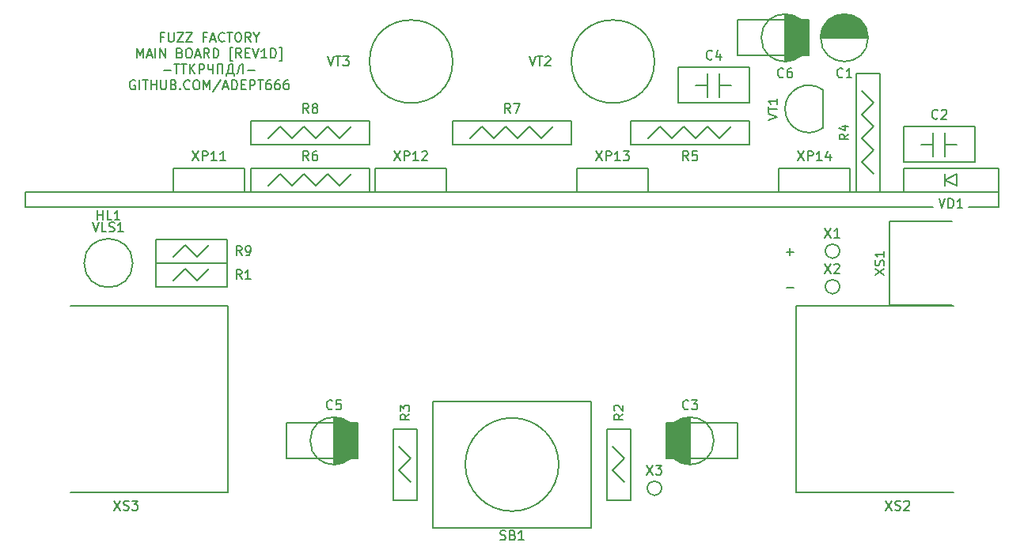
<source format=gbr>
G04 #@! TF.GenerationSoftware,KiCad,Pcbnew,5.1.6-c6e7f7d~87~ubuntu19.10.1*
G04 #@! TF.CreationDate,2022-01-09T17:14:56+06:00*
G04 #@! TF.ProjectId,fuzz_factory_r1d_r1c,66757a7a-5f66-4616-9374-6f72795f7231,MB:1D/PB:1C*
G04 #@! TF.SameCoordinates,Original*
G04 #@! TF.FileFunction,Legend,Top*
G04 #@! TF.FilePolarity,Positive*
%FSLAX46Y46*%
G04 Gerber Fmt 4.6, Leading zero omitted, Abs format (unit mm)*
G04 Created by KiCad (PCBNEW 5.1.6-c6e7f7d~87~ubuntu19.10.1) date 2022-01-09 17:14:56*
%MOMM*%
%LPD*%
G01*
G04 APERTURE LIST*
%ADD10C,0.200000*%
%ADD11C,0.100000*%
G04 APERTURE END LIST*
D10*
X196215000Y-108280000D02*
X199390000Y-108280000D01*
X199390000Y-106680000D02*
X199390000Y-108280000D01*
X95250000Y-106680000D02*
X95250000Y-108280000D01*
X95250000Y-108280000D02*
X192405000Y-108280000D01*
X95250000Y-106680000D02*
X199390000Y-106680000D01*
X176670000Y-116911428D02*
X177431904Y-116911428D01*
X176670000Y-113101428D02*
X177431904Y-113101428D01*
X177050952Y-113482380D02*
X177050952Y-112720476D01*
X110030238Y-90088571D02*
X109696904Y-90088571D01*
X109696904Y-90612380D02*
X109696904Y-89612380D01*
X110173095Y-89612380D01*
X110554047Y-89612380D02*
X110554047Y-90421904D01*
X110601666Y-90517142D01*
X110649285Y-90564761D01*
X110744523Y-90612380D01*
X110935000Y-90612380D01*
X111030238Y-90564761D01*
X111077857Y-90517142D01*
X111125476Y-90421904D01*
X111125476Y-89612380D01*
X111506428Y-89612380D02*
X112173095Y-89612380D01*
X111506428Y-90612380D01*
X112173095Y-90612380D01*
X112458809Y-89612380D02*
X113125476Y-89612380D01*
X112458809Y-90612380D01*
X113125476Y-90612380D01*
X114601666Y-90088571D02*
X114268333Y-90088571D01*
X114268333Y-90612380D02*
X114268333Y-89612380D01*
X114744523Y-89612380D01*
X115077857Y-90326666D02*
X115554047Y-90326666D01*
X114982619Y-90612380D02*
X115315952Y-89612380D01*
X115649285Y-90612380D01*
X116554047Y-90517142D02*
X116506428Y-90564761D01*
X116363571Y-90612380D01*
X116268333Y-90612380D01*
X116125476Y-90564761D01*
X116030238Y-90469523D01*
X115982619Y-90374285D01*
X115935000Y-90183809D01*
X115935000Y-90040952D01*
X115982619Y-89850476D01*
X116030238Y-89755238D01*
X116125476Y-89660000D01*
X116268333Y-89612380D01*
X116363571Y-89612380D01*
X116506428Y-89660000D01*
X116554047Y-89707619D01*
X116839761Y-89612380D02*
X117411190Y-89612380D01*
X117125476Y-90612380D02*
X117125476Y-89612380D01*
X117935000Y-89612380D02*
X118125476Y-89612380D01*
X118220714Y-89660000D01*
X118315952Y-89755238D01*
X118363571Y-89945714D01*
X118363571Y-90279047D01*
X118315952Y-90469523D01*
X118220714Y-90564761D01*
X118125476Y-90612380D01*
X117935000Y-90612380D01*
X117839761Y-90564761D01*
X117744523Y-90469523D01*
X117696904Y-90279047D01*
X117696904Y-89945714D01*
X117744523Y-89755238D01*
X117839761Y-89660000D01*
X117935000Y-89612380D01*
X119363571Y-90612380D02*
X119030238Y-90136190D01*
X118792142Y-90612380D02*
X118792142Y-89612380D01*
X119173095Y-89612380D01*
X119268333Y-89660000D01*
X119315952Y-89707619D01*
X119363571Y-89802857D01*
X119363571Y-89945714D01*
X119315952Y-90040952D01*
X119268333Y-90088571D01*
X119173095Y-90136190D01*
X118792142Y-90136190D01*
X119982619Y-90136190D02*
X119982619Y-90612380D01*
X119649285Y-89612380D02*
X119982619Y-90136190D01*
X120315952Y-89612380D01*
X107173095Y-92312380D02*
X107173095Y-91312380D01*
X107506428Y-92026666D01*
X107839761Y-91312380D01*
X107839761Y-92312380D01*
X108268333Y-92026666D02*
X108744523Y-92026666D01*
X108173095Y-92312380D02*
X108506428Y-91312380D01*
X108839761Y-92312380D01*
X109173095Y-92312380D02*
X109173095Y-91312380D01*
X109649285Y-92312380D02*
X109649285Y-91312380D01*
X110220714Y-92312380D01*
X110220714Y-91312380D01*
X111792142Y-91788571D02*
X111935000Y-91836190D01*
X111982619Y-91883809D01*
X112030238Y-91979047D01*
X112030238Y-92121904D01*
X111982619Y-92217142D01*
X111935000Y-92264761D01*
X111839761Y-92312380D01*
X111458809Y-92312380D01*
X111458809Y-91312380D01*
X111792142Y-91312380D01*
X111887380Y-91360000D01*
X111935000Y-91407619D01*
X111982619Y-91502857D01*
X111982619Y-91598095D01*
X111935000Y-91693333D01*
X111887380Y-91740952D01*
X111792142Y-91788571D01*
X111458809Y-91788571D01*
X112649285Y-91312380D02*
X112839761Y-91312380D01*
X112935000Y-91360000D01*
X113030238Y-91455238D01*
X113077857Y-91645714D01*
X113077857Y-91979047D01*
X113030238Y-92169523D01*
X112935000Y-92264761D01*
X112839761Y-92312380D01*
X112649285Y-92312380D01*
X112554047Y-92264761D01*
X112458809Y-92169523D01*
X112411190Y-91979047D01*
X112411190Y-91645714D01*
X112458809Y-91455238D01*
X112554047Y-91360000D01*
X112649285Y-91312380D01*
X113458809Y-92026666D02*
X113935000Y-92026666D01*
X113363571Y-92312380D02*
X113696904Y-91312380D01*
X114030238Y-92312380D01*
X114935000Y-92312380D02*
X114601666Y-91836190D01*
X114363571Y-92312380D02*
X114363571Y-91312380D01*
X114744523Y-91312380D01*
X114839761Y-91360000D01*
X114887380Y-91407619D01*
X114935000Y-91502857D01*
X114935000Y-91645714D01*
X114887380Y-91740952D01*
X114839761Y-91788571D01*
X114744523Y-91836190D01*
X114363571Y-91836190D01*
X115363571Y-92312380D02*
X115363571Y-91312380D01*
X115601666Y-91312380D01*
X115744523Y-91360000D01*
X115839761Y-91455238D01*
X115887380Y-91550476D01*
X115935000Y-91740952D01*
X115935000Y-91883809D01*
X115887380Y-92074285D01*
X115839761Y-92169523D01*
X115744523Y-92264761D01*
X115601666Y-92312380D01*
X115363571Y-92312380D01*
X117411190Y-92645714D02*
X117173095Y-92645714D01*
X117173095Y-91217142D01*
X117411190Y-91217142D01*
X118363571Y-92312380D02*
X118030238Y-91836190D01*
X117792142Y-92312380D02*
X117792142Y-91312380D01*
X118173095Y-91312380D01*
X118268333Y-91360000D01*
X118315952Y-91407619D01*
X118363571Y-91502857D01*
X118363571Y-91645714D01*
X118315952Y-91740952D01*
X118268333Y-91788571D01*
X118173095Y-91836190D01*
X117792142Y-91836190D01*
X118792142Y-91788571D02*
X119125476Y-91788571D01*
X119268333Y-92312380D02*
X118792142Y-92312380D01*
X118792142Y-91312380D01*
X119268333Y-91312380D01*
X119554047Y-91312380D02*
X119887380Y-92312380D01*
X120220714Y-91312380D01*
X121077857Y-92312380D02*
X120506428Y-92312380D01*
X120792142Y-92312380D02*
X120792142Y-91312380D01*
X120696904Y-91455238D01*
X120601666Y-91550476D01*
X120506428Y-91598095D01*
X121506428Y-92312380D02*
X121506428Y-91312380D01*
X121744523Y-91312380D01*
X121887380Y-91360000D01*
X121982619Y-91455238D01*
X122030238Y-91550476D01*
X122077857Y-91740952D01*
X122077857Y-91883809D01*
X122030238Y-92074285D01*
X121982619Y-92169523D01*
X121887380Y-92264761D01*
X121744523Y-92312380D01*
X121506428Y-92312380D01*
X122411190Y-92645714D02*
X122649285Y-92645714D01*
X122649285Y-91217142D01*
X122411190Y-91217142D01*
X110077857Y-93631428D02*
X110839761Y-93631428D01*
X111173095Y-93012380D02*
X111744523Y-93012380D01*
X111458809Y-94012380D02*
X111458809Y-93012380D01*
X111935000Y-93012380D02*
X112506428Y-93012380D01*
X112220714Y-94012380D02*
X112220714Y-93012380D01*
X112839761Y-94012380D02*
X112839761Y-93012380D01*
X113411190Y-94012380D02*
X112982619Y-93440952D01*
X113411190Y-93012380D02*
X112839761Y-93583809D01*
X113839761Y-94012380D02*
X113839761Y-93012380D01*
X114220714Y-93012380D01*
X114315952Y-93060000D01*
X114363571Y-93107619D01*
X114411190Y-93202857D01*
X114411190Y-93345714D01*
X114363571Y-93440952D01*
X114315952Y-93488571D01*
X114220714Y-93536190D01*
X113839761Y-93536190D01*
X115315952Y-93012380D02*
X115315952Y-94012380D01*
X114792142Y-93012380D02*
X114792142Y-93393333D01*
X114839761Y-93488571D01*
X114887380Y-93536190D01*
X114982619Y-93583809D01*
X115315952Y-93583809D01*
X115792142Y-94012380D02*
X115792142Y-93012380D01*
X116363571Y-93012380D01*
X116363571Y-94012380D01*
X117601666Y-94250476D02*
X117601666Y-94012380D01*
X116744523Y-94012380D01*
X116744523Y-94250476D01*
X117411190Y-94012380D02*
X117411190Y-93012380D01*
X117173095Y-93012380D01*
X117077857Y-93060000D01*
X117030238Y-93107619D01*
X116982619Y-93202857D01*
X116887380Y-94012380D01*
X118554047Y-94012380D02*
X118554047Y-93012380D01*
X118411190Y-93012380D01*
X118268333Y-93060000D01*
X118173095Y-93155238D01*
X118125476Y-93298095D01*
X118030238Y-93869523D01*
X117982619Y-93964761D01*
X117887380Y-94012380D01*
X117839761Y-94012380D01*
X119030238Y-93631428D02*
X119792142Y-93631428D01*
X106982619Y-94760000D02*
X106887380Y-94712380D01*
X106744523Y-94712380D01*
X106601666Y-94760000D01*
X106506428Y-94855238D01*
X106458809Y-94950476D01*
X106411190Y-95140952D01*
X106411190Y-95283809D01*
X106458809Y-95474285D01*
X106506428Y-95569523D01*
X106601666Y-95664761D01*
X106744523Y-95712380D01*
X106839761Y-95712380D01*
X106982619Y-95664761D01*
X107030238Y-95617142D01*
X107030238Y-95283809D01*
X106839761Y-95283809D01*
X107458809Y-95712380D02*
X107458809Y-94712380D01*
X107792142Y-94712380D02*
X108363571Y-94712380D01*
X108077857Y-95712380D02*
X108077857Y-94712380D01*
X108696904Y-95712380D02*
X108696904Y-94712380D01*
X108696904Y-95188571D02*
X109268333Y-95188571D01*
X109268333Y-95712380D02*
X109268333Y-94712380D01*
X109744523Y-94712380D02*
X109744523Y-95521904D01*
X109792142Y-95617142D01*
X109839761Y-95664761D01*
X109935000Y-95712380D01*
X110125476Y-95712380D01*
X110220714Y-95664761D01*
X110268333Y-95617142D01*
X110315952Y-95521904D01*
X110315952Y-94712380D01*
X111125476Y-95188571D02*
X111268333Y-95236190D01*
X111315952Y-95283809D01*
X111363571Y-95379047D01*
X111363571Y-95521904D01*
X111315952Y-95617142D01*
X111268333Y-95664761D01*
X111173095Y-95712380D01*
X110792142Y-95712380D01*
X110792142Y-94712380D01*
X111125476Y-94712380D01*
X111220714Y-94760000D01*
X111268333Y-94807619D01*
X111315952Y-94902857D01*
X111315952Y-94998095D01*
X111268333Y-95093333D01*
X111220714Y-95140952D01*
X111125476Y-95188571D01*
X110792142Y-95188571D01*
X111792142Y-95617142D02*
X111839761Y-95664761D01*
X111792142Y-95712380D01*
X111744523Y-95664761D01*
X111792142Y-95617142D01*
X111792142Y-95712380D01*
X112839761Y-95617142D02*
X112792142Y-95664761D01*
X112649285Y-95712380D01*
X112554047Y-95712380D01*
X112411190Y-95664761D01*
X112315952Y-95569523D01*
X112268333Y-95474285D01*
X112220714Y-95283809D01*
X112220714Y-95140952D01*
X112268333Y-94950476D01*
X112315952Y-94855238D01*
X112411190Y-94760000D01*
X112554047Y-94712380D01*
X112649285Y-94712380D01*
X112792142Y-94760000D01*
X112839761Y-94807619D01*
X113458809Y-94712380D02*
X113649285Y-94712380D01*
X113744523Y-94760000D01*
X113839761Y-94855238D01*
X113887380Y-95045714D01*
X113887380Y-95379047D01*
X113839761Y-95569523D01*
X113744523Y-95664761D01*
X113649285Y-95712380D01*
X113458809Y-95712380D01*
X113363571Y-95664761D01*
X113268333Y-95569523D01*
X113220714Y-95379047D01*
X113220714Y-95045714D01*
X113268333Y-94855238D01*
X113363571Y-94760000D01*
X113458809Y-94712380D01*
X114315952Y-95712380D02*
X114315952Y-94712380D01*
X114649285Y-95426666D01*
X114982619Y-94712380D01*
X114982619Y-95712380D01*
X116173095Y-94664761D02*
X115315952Y-95950476D01*
X116458809Y-95426666D02*
X116935000Y-95426666D01*
X116363571Y-95712380D02*
X116696904Y-94712380D01*
X117030238Y-95712380D01*
X117363571Y-95712380D02*
X117363571Y-94712380D01*
X117601666Y-94712380D01*
X117744523Y-94760000D01*
X117839761Y-94855238D01*
X117887380Y-94950476D01*
X117935000Y-95140952D01*
X117935000Y-95283809D01*
X117887380Y-95474285D01*
X117839761Y-95569523D01*
X117744523Y-95664761D01*
X117601666Y-95712380D01*
X117363571Y-95712380D01*
X118363571Y-95188571D02*
X118696904Y-95188571D01*
X118839761Y-95712380D02*
X118363571Y-95712380D01*
X118363571Y-94712380D01*
X118839761Y-94712380D01*
X119268333Y-95712380D02*
X119268333Y-94712380D01*
X119649285Y-94712380D01*
X119744523Y-94760000D01*
X119792142Y-94807619D01*
X119839761Y-94902857D01*
X119839761Y-95045714D01*
X119792142Y-95140952D01*
X119744523Y-95188571D01*
X119649285Y-95236190D01*
X119268333Y-95236190D01*
X120125476Y-94712380D02*
X120696904Y-94712380D01*
X120411190Y-95712380D02*
X120411190Y-94712380D01*
X121458809Y-94712380D02*
X121268333Y-94712380D01*
X121173095Y-94760000D01*
X121125476Y-94807619D01*
X121030238Y-94950476D01*
X120982619Y-95140952D01*
X120982619Y-95521904D01*
X121030238Y-95617142D01*
X121077857Y-95664761D01*
X121173095Y-95712380D01*
X121363571Y-95712380D01*
X121458809Y-95664761D01*
X121506428Y-95617142D01*
X121554047Y-95521904D01*
X121554047Y-95283809D01*
X121506428Y-95188571D01*
X121458809Y-95140952D01*
X121363571Y-95093333D01*
X121173095Y-95093333D01*
X121077857Y-95140952D01*
X121030238Y-95188571D01*
X120982619Y-95283809D01*
X122411190Y-94712380D02*
X122220714Y-94712380D01*
X122125476Y-94760000D01*
X122077857Y-94807619D01*
X121982619Y-94950476D01*
X121935000Y-95140952D01*
X121935000Y-95521904D01*
X121982619Y-95617142D01*
X122030238Y-95664761D01*
X122125476Y-95712380D01*
X122315952Y-95712380D01*
X122411190Y-95664761D01*
X122458809Y-95617142D01*
X122506428Y-95521904D01*
X122506428Y-95283809D01*
X122458809Y-95188571D01*
X122411190Y-95140952D01*
X122315952Y-95093333D01*
X122125476Y-95093333D01*
X122030238Y-95140952D01*
X121982619Y-95188571D01*
X121935000Y-95283809D01*
X123363571Y-94712380D02*
X123173095Y-94712380D01*
X123077857Y-94760000D01*
X123030238Y-94807619D01*
X122935000Y-94950476D01*
X122887380Y-95140952D01*
X122887380Y-95521904D01*
X122935000Y-95617142D01*
X122982619Y-95664761D01*
X123077857Y-95712380D01*
X123268333Y-95712380D01*
X123363571Y-95664761D01*
X123411190Y-95617142D01*
X123458809Y-95521904D01*
X123458809Y-95283809D01*
X123411190Y-95188571D01*
X123363571Y-95140952D01*
X123268333Y-95093333D01*
X123077857Y-95093333D01*
X122982619Y-95140952D01*
X122935000Y-95188571D01*
X122887380Y-95283809D01*
X112395000Y-112395000D02*
X111125000Y-113665000D01*
X113665000Y-113665000D02*
X112395000Y-112395000D01*
X114935000Y-112395000D02*
X113665000Y-113665000D01*
X109220000Y-114300000D02*
X109220000Y-111760000D01*
X116840000Y-114300000D02*
X116840000Y-111760000D01*
X116840000Y-111760000D02*
X109220000Y-111760000D01*
X116840000Y-114300000D02*
X109220000Y-114300000D01*
X187730000Y-109800000D02*
X194430000Y-109800000D01*
X187730000Y-118800000D02*
X194430000Y-118800000D01*
X187730000Y-118800000D02*
X187730000Y-109800000D01*
X166370000Y-135890000D02*
X166370000Y-130810000D01*
D11*
G36*
X163830000Y-131445000D02*
G01*
X164592000Y-131445000D01*
X165481000Y-130937000D01*
X166370000Y-130810000D01*
X166370000Y-135890000D01*
X165481000Y-135763000D01*
X164592000Y-135255000D01*
X163830000Y-135255000D01*
X163830000Y-131445000D01*
G37*
X163830000Y-131445000D02*
X164592000Y-131445000D01*
X165481000Y-130937000D01*
X166370000Y-130810000D01*
X166370000Y-135890000D01*
X165481000Y-135763000D01*
X164592000Y-135255000D01*
X163830000Y-135255000D01*
X163830000Y-131445000D01*
D10*
X168910000Y-133350000D02*
G75*
G03*
X168910000Y-133350000I-2540000J0D01*
G01*
X163830000Y-135255000D02*
X163830000Y-131445000D01*
X171450000Y-135255000D02*
X171450000Y-131445000D01*
X171450000Y-135255000D02*
X163830000Y-135255000D01*
X171450000Y-131445000D02*
X163830000Y-131445000D01*
X128270000Y-130810000D02*
X128270000Y-135890000D01*
D11*
G36*
X130810000Y-135255000D02*
G01*
X130048000Y-135255000D01*
X129159000Y-135763000D01*
X128270000Y-135890000D01*
X128270000Y-130810000D01*
X129159000Y-130937000D01*
X130048000Y-131445000D01*
X130810000Y-131445000D01*
X130810000Y-135255000D01*
G37*
X130810000Y-135255000D02*
X130048000Y-135255000D01*
X129159000Y-135763000D01*
X128270000Y-135890000D01*
X128270000Y-130810000D01*
X129159000Y-130937000D01*
X130048000Y-131445000D01*
X130810000Y-131445000D01*
X130810000Y-135255000D01*
D10*
X130810000Y-133350000D02*
G75*
G03*
X130810000Y-133350000I-2540000J0D01*
G01*
X130810000Y-131445000D02*
X130810000Y-135255000D01*
X123190000Y-131445000D02*
X123190000Y-135255000D01*
X123190000Y-131445000D02*
X130810000Y-131445000D01*
X123190000Y-135255000D02*
X130810000Y-135255000D01*
X176530000Y-87630000D02*
X176530000Y-92710000D01*
D11*
G36*
X179070000Y-92075000D02*
G01*
X178308000Y-92075000D01*
X177419000Y-92583000D01*
X176530000Y-92710000D01*
X176530000Y-87630000D01*
X177419000Y-87757000D01*
X178308000Y-88265000D01*
X179070000Y-88265000D01*
X179070000Y-92075000D01*
G37*
X179070000Y-92075000D02*
X178308000Y-92075000D01*
X177419000Y-92583000D01*
X176530000Y-92710000D01*
X176530000Y-87630000D01*
X177419000Y-87757000D01*
X178308000Y-88265000D01*
X179070000Y-88265000D01*
X179070000Y-92075000D01*
D10*
X179070000Y-90170000D02*
G75*
G03*
X179070000Y-90170000I-2540000J0D01*
G01*
X179070000Y-88265000D02*
X179070000Y-92075000D01*
X171450000Y-88265000D02*
X171450000Y-92075000D01*
X171450000Y-88265000D02*
X179070000Y-88265000D01*
X171450000Y-92075000D02*
X179070000Y-92075000D01*
X155820000Y-129140000D02*
X155820000Y-142640000D01*
X138820000Y-129140000D02*
X138820000Y-142640000D01*
X138820000Y-142640000D02*
X155820000Y-142640000D01*
X138820000Y-129140000D02*
X155820000Y-129140000D01*
X152320000Y-135890000D02*
G75*
G03*
X152320000Y-135890000I-5000000J0D01*
G01*
X180595000Y-99821250D02*
X180595000Y-95758750D01*
X180595000Y-99821250D02*
G75*
G02*
X180595000Y-95758750I-1525000J2031250D01*
G01*
X193675000Y-100330000D02*
X193675000Y-102870000D01*
X192405000Y-100330000D02*
X192405000Y-102870000D01*
X193675000Y-101600000D02*
X194945000Y-101600000D01*
X191135000Y-101600000D02*
X192405000Y-101600000D01*
X196850000Y-99695000D02*
X196850000Y-103505000D01*
X189230000Y-99695000D02*
X189230000Y-103505000D01*
X189230000Y-103505000D02*
X196850000Y-103505000D01*
X189230000Y-99695000D02*
X196850000Y-99695000D01*
X168275000Y-96520000D02*
X168275000Y-93980000D01*
X169545000Y-96520000D02*
X169545000Y-93980000D01*
X168275000Y-95250000D02*
X167005000Y-95250000D01*
X170815000Y-95250000D02*
X169545000Y-95250000D01*
X165100000Y-97155000D02*
X165100000Y-93345000D01*
X172720000Y-97155000D02*
X172720000Y-93345000D01*
X172720000Y-93345000D02*
X165100000Y-93345000D01*
X172720000Y-97155000D02*
X165100000Y-97155000D01*
X132080000Y-106680000D02*
X119380000Y-106680000D01*
X132080000Y-104140000D02*
X119380000Y-104140000D01*
X132080000Y-106680000D02*
X132080000Y-104140000D01*
X119380000Y-106680000D02*
X119380000Y-104140000D01*
X130175000Y-104775000D02*
X128905000Y-106045000D01*
X128905000Y-106045000D02*
X127635000Y-104775000D01*
X127635000Y-104775000D02*
X126365000Y-106045000D01*
X126365000Y-106045000D02*
X125095000Y-104775000D01*
X125095000Y-104775000D02*
X123825000Y-106045000D01*
X123825000Y-106045000D02*
X122555000Y-104775000D01*
X122555000Y-104775000D02*
X121285000Y-106045000D01*
X116840000Y-116840000D02*
X109220000Y-116840000D01*
X116840000Y-114300000D02*
X109220000Y-114300000D01*
X116840000Y-116840000D02*
X116840000Y-114300000D01*
X109220000Y-116840000D02*
X109220000Y-114300000D01*
X114935000Y-114935000D02*
X113665000Y-116205000D01*
X113665000Y-116205000D02*
X112395000Y-114935000D01*
X112395000Y-114935000D02*
X111125000Y-116205000D01*
X157480000Y-139700000D02*
X157480000Y-132080000D01*
X160020000Y-139700000D02*
X160020000Y-132080000D01*
X157480000Y-139700000D02*
X160020000Y-139700000D01*
X157480000Y-132080000D02*
X160020000Y-132080000D01*
X159385000Y-137795000D02*
X158115000Y-136525000D01*
X158115000Y-136525000D02*
X159385000Y-135255000D01*
X159385000Y-135255000D02*
X158115000Y-133985000D01*
X134620000Y-139700000D02*
X134620000Y-132080000D01*
X137160000Y-139700000D02*
X137160000Y-132080000D01*
X134620000Y-139700000D02*
X137160000Y-139700000D01*
X134620000Y-132080000D02*
X137160000Y-132080000D01*
X136525000Y-137795000D02*
X135255000Y-136525000D01*
X135255000Y-136525000D02*
X136525000Y-135255000D01*
X136525000Y-135255000D02*
X135255000Y-133985000D01*
X184150000Y-106680000D02*
X184150000Y-93980000D01*
X186690000Y-106680000D02*
X186690000Y-93980000D01*
X184150000Y-106680000D02*
X186690000Y-106680000D01*
X184150000Y-93980000D02*
X186690000Y-93980000D01*
X186055000Y-104775000D02*
X184785000Y-103505000D01*
X184785000Y-103505000D02*
X186055000Y-102235000D01*
X186055000Y-102235000D02*
X184785000Y-100965000D01*
X184785000Y-100965000D02*
X186055000Y-99695000D01*
X186055000Y-99695000D02*
X184785000Y-98425000D01*
X184785000Y-98425000D02*
X186055000Y-97155000D01*
X186055000Y-97155000D02*
X184785000Y-95885000D01*
X172720000Y-101600000D02*
X160020000Y-101600000D01*
X172720000Y-99060000D02*
X160020000Y-99060000D01*
X172720000Y-101600000D02*
X172720000Y-99060000D01*
X160020000Y-101600000D02*
X160020000Y-99060000D01*
X170815000Y-99695000D02*
X169545000Y-100965000D01*
X169545000Y-100965000D02*
X168275000Y-99695000D01*
X168275000Y-99695000D02*
X167005000Y-100965000D01*
X167005000Y-100965000D02*
X165735000Y-99695000D01*
X165735000Y-99695000D02*
X164465000Y-100965000D01*
X164465000Y-100965000D02*
X163195000Y-99695000D01*
X163195000Y-99695000D02*
X161925000Y-100965000D01*
X153670000Y-101600000D02*
X140970000Y-101600000D01*
X153670000Y-99060000D02*
X140970000Y-99060000D01*
X153670000Y-101600000D02*
X153670000Y-99060000D01*
X140970000Y-101600000D02*
X140970000Y-99060000D01*
X151765000Y-99695000D02*
X150495000Y-100965000D01*
X150495000Y-100965000D02*
X149225000Y-99695000D01*
X149225000Y-99695000D02*
X147955000Y-100965000D01*
X147955000Y-100965000D02*
X146685000Y-99695000D01*
X146685000Y-99695000D02*
X145415000Y-100965000D01*
X145415000Y-100965000D02*
X144145000Y-99695000D01*
X144145000Y-99695000D02*
X142875000Y-100965000D01*
X119380000Y-99060000D02*
X132080000Y-99060000D01*
X119380000Y-101600000D02*
X132080000Y-101600000D01*
X119380000Y-99060000D02*
X119380000Y-101600000D01*
X132080000Y-99060000D02*
X132080000Y-101600000D01*
X121285000Y-100965000D02*
X122555000Y-99695000D01*
X122555000Y-99695000D02*
X123825000Y-100965000D01*
X123825000Y-100965000D02*
X125095000Y-99695000D01*
X125095000Y-99695000D02*
X126365000Y-100965000D01*
X126365000Y-100965000D02*
X127635000Y-99695000D01*
X127635000Y-99695000D02*
X128905000Y-100965000D01*
X128905000Y-100965000D02*
X130175000Y-99695000D01*
X175895000Y-106680000D02*
X175895000Y-104140000D01*
X183515000Y-106680000D02*
X183515000Y-104140000D01*
X183515000Y-104140000D02*
X175895000Y-104140000D01*
X183515000Y-106680000D02*
X175895000Y-106680000D01*
X154305000Y-106680000D02*
X154305000Y-104140000D01*
X161925000Y-106680000D02*
X161925000Y-104140000D01*
X161925000Y-104140000D02*
X154305000Y-104140000D01*
X161925000Y-106680000D02*
X154305000Y-106680000D01*
X132715000Y-106680000D02*
X132715000Y-104140000D01*
X140335000Y-106680000D02*
X140335000Y-104140000D01*
X140335000Y-104140000D02*
X132715000Y-104140000D01*
X140335000Y-106680000D02*
X132715000Y-106680000D01*
X111125000Y-106680000D02*
X111125000Y-104140000D01*
X118745000Y-106680000D02*
X118745000Y-104140000D01*
X118745000Y-104140000D02*
X111125000Y-104140000D01*
X118745000Y-106680000D02*
X111125000Y-106680000D01*
X163322000Y-138430000D02*
G75*
G03*
X163322000Y-138430000I-762000J0D01*
G01*
X182372000Y-113030000D02*
G75*
G03*
X182372000Y-113030000I-762000J0D01*
G01*
X182372000Y-116840000D02*
G75*
G03*
X182372000Y-116840000I-762000J0D01*
G01*
X106740000Y-114300000D02*
G75*
G03*
X106740000Y-114300000I-2600000J0D01*
G01*
X162560000Y-92710000D02*
G75*
G03*
X162560000Y-92710000I-4445000J0D01*
G01*
X140970000Y-92710000D02*
G75*
G03*
X140970000Y-92710000I-4445000J0D01*
G01*
X116885000Y-138905000D02*
X100085000Y-138905000D01*
X116885000Y-118905000D02*
X100085000Y-118905000D01*
X116885000Y-118905000D02*
X116885000Y-138905000D01*
X177755000Y-118905000D02*
X194555000Y-118905000D01*
X177755000Y-138905000D02*
X194555000Y-138905000D01*
X177755000Y-138905000D02*
X177755000Y-118905000D01*
G36*
X180340000Y-90170000D02*
G01*
X180467000Y-89408000D01*
X181229000Y-88265000D01*
X182880000Y-87630000D01*
X184531000Y-88265000D01*
X185293000Y-89408000D01*
X185420000Y-90170000D01*
X180340000Y-90170000D01*
G37*
X180340000Y-90170000D02*
X180467000Y-89408000D01*
X181229000Y-88265000D01*
X182880000Y-87630000D01*
X184531000Y-88265000D01*
X185293000Y-89408000D01*
X185420000Y-90170000D01*
X180340000Y-90170000D01*
X185420000Y-90170000D02*
G75*
G03*
X185420000Y-90170000I-2540000J0D01*
G01*
X199390000Y-106680000D02*
X189230000Y-106680000D01*
X199390000Y-104140000D02*
X189230000Y-104140000D01*
X199390000Y-106680000D02*
X199390000Y-104140000D01*
X189230000Y-106680000D02*
X189230000Y-104140000D01*
X194945000Y-106045000D02*
X194945000Y-104775000D01*
X194945000Y-106045000D02*
X193675000Y-105410000D01*
X194945000Y-104775000D02*
X193675000Y-105410000D01*
X193675000Y-106045000D02*
X193675000Y-104775000D01*
X118414523Y-113482380D02*
X118081190Y-113006190D01*
X117843095Y-113482380D02*
X117843095Y-112482380D01*
X118224047Y-112482380D01*
X118319285Y-112530000D01*
X118366904Y-112577619D01*
X118414523Y-112672857D01*
X118414523Y-112815714D01*
X118366904Y-112910952D01*
X118319285Y-112958571D01*
X118224047Y-113006190D01*
X117843095Y-113006190D01*
X118890714Y-113482380D02*
X119081190Y-113482380D01*
X119176428Y-113434761D01*
X119224047Y-113387142D01*
X119319285Y-113244285D01*
X119366904Y-113053809D01*
X119366904Y-112672857D01*
X119319285Y-112577619D01*
X119271666Y-112530000D01*
X119176428Y-112482380D01*
X118985952Y-112482380D01*
X118890714Y-112530000D01*
X118843095Y-112577619D01*
X118795476Y-112672857D01*
X118795476Y-112910952D01*
X118843095Y-113006190D01*
X118890714Y-113053809D01*
X118985952Y-113101428D01*
X119176428Y-113101428D01*
X119271666Y-113053809D01*
X119319285Y-113006190D01*
X119366904Y-112910952D01*
X186142380Y-115585714D02*
X187142380Y-114919047D01*
X186142380Y-114919047D02*
X187142380Y-115585714D01*
X187094761Y-114585714D02*
X187142380Y-114442857D01*
X187142380Y-114204761D01*
X187094761Y-114109523D01*
X187047142Y-114061904D01*
X186951904Y-114014285D01*
X186856666Y-114014285D01*
X186761428Y-114061904D01*
X186713809Y-114109523D01*
X186666190Y-114204761D01*
X186618571Y-114395238D01*
X186570952Y-114490476D01*
X186523333Y-114538095D01*
X186428095Y-114585714D01*
X186332857Y-114585714D01*
X186237619Y-114538095D01*
X186190000Y-114490476D01*
X186142380Y-114395238D01*
X186142380Y-114157142D01*
X186190000Y-114014285D01*
X187142380Y-113061904D02*
X187142380Y-113633333D01*
X187142380Y-113347619D02*
X186142380Y-113347619D01*
X186285238Y-113442857D01*
X186380476Y-113538095D01*
X186428095Y-113633333D01*
X166203333Y-129897142D02*
X166155714Y-129944761D01*
X166012857Y-129992380D01*
X165917619Y-129992380D01*
X165774761Y-129944761D01*
X165679523Y-129849523D01*
X165631904Y-129754285D01*
X165584285Y-129563809D01*
X165584285Y-129420952D01*
X165631904Y-129230476D01*
X165679523Y-129135238D01*
X165774761Y-129040000D01*
X165917619Y-128992380D01*
X166012857Y-128992380D01*
X166155714Y-129040000D01*
X166203333Y-129087619D01*
X166536666Y-128992380D02*
X167155714Y-128992380D01*
X166822380Y-129373333D01*
X166965238Y-129373333D01*
X167060476Y-129420952D01*
X167108095Y-129468571D01*
X167155714Y-129563809D01*
X167155714Y-129801904D01*
X167108095Y-129897142D01*
X167060476Y-129944761D01*
X166965238Y-129992380D01*
X166679523Y-129992380D01*
X166584285Y-129944761D01*
X166536666Y-129897142D01*
X128103333Y-129897142D02*
X128055714Y-129944761D01*
X127912857Y-129992380D01*
X127817619Y-129992380D01*
X127674761Y-129944761D01*
X127579523Y-129849523D01*
X127531904Y-129754285D01*
X127484285Y-129563809D01*
X127484285Y-129420952D01*
X127531904Y-129230476D01*
X127579523Y-129135238D01*
X127674761Y-129040000D01*
X127817619Y-128992380D01*
X127912857Y-128992380D01*
X128055714Y-129040000D01*
X128103333Y-129087619D01*
X129008095Y-128992380D02*
X128531904Y-128992380D01*
X128484285Y-129468571D01*
X128531904Y-129420952D01*
X128627142Y-129373333D01*
X128865238Y-129373333D01*
X128960476Y-129420952D01*
X129008095Y-129468571D01*
X129055714Y-129563809D01*
X129055714Y-129801904D01*
X129008095Y-129897142D01*
X128960476Y-129944761D01*
X128865238Y-129992380D01*
X128627142Y-129992380D01*
X128531904Y-129944761D01*
X128484285Y-129897142D01*
X176363333Y-94337142D02*
X176315714Y-94384761D01*
X176172857Y-94432380D01*
X176077619Y-94432380D01*
X175934761Y-94384761D01*
X175839523Y-94289523D01*
X175791904Y-94194285D01*
X175744285Y-94003809D01*
X175744285Y-93860952D01*
X175791904Y-93670476D01*
X175839523Y-93575238D01*
X175934761Y-93480000D01*
X176077619Y-93432380D01*
X176172857Y-93432380D01*
X176315714Y-93480000D01*
X176363333Y-93527619D01*
X177220476Y-93432380D02*
X177030000Y-93432380D01*
X176934761Y-93480000D01*
X176887142Y-93527619D01*
X176791904Y-93670476D01*
X176744285Y-93860952D01*
X176744285Y-94241904D01*
X176791904Y-94337142D01*
X176839523Y-94384761D01*
X176934761Y-94432380D01*
X177125238Y-94432380D01*
X177220476Y-94384761D01*
X177268095Y-94337142D01*
X177315714Y-94241904D01*
X177315714Y-94003809D01*
X177268095Y-93908571D01*
X177220476Y-93860952D01*
X177125238Y-93813333D01*
X176934761Y-93813333D01*
X176839523Y-93860952D01*
X176791904Y-93908571D01*
X176744285Y-94003809D01*
X146058095Y-143914761D02*
X146200952Y-143962380D01*
X146439047Y-143962380D01*
X146534285Y-143914761D01*
X146581904Y-143867142D01*
X146629523Y-143771904D01*
X146629523Y-143676666D01*
X146581904Y-143581428D01*
X146534285Y-143533809D01*
X146439047Y-143486190D01*
X146248571Y-143438571D01*
X146153333Y-143390952D01*
X146105714Y-143343333D01*
X146058095Y-143248095D01*
X146058095Y-143152857D01*
X146105714Y-143057619D01*
X146153333Y-143010000D01*
X146248571Y-142962380D01*
X146486666Y-142962380D01*
X146629523Y-143010000D01*
X147391428Y-143438571D02*
X147534285Y-143486190D01*
X147581904Y-143533809D01*
X147629523Y-143629047D01*
X147629523Y-143771904D01*
X147581904Y-143867142D01*
X147534285Y-143914761D01*
X147439047Y-143962380D01*
X147058095Y-143962380D01*
X147058095Y-142962380D01*
X147391428Y-142962380D01*
X147486666Y-143010000D01*
X147534285Y-143057619D01*
X147581904Y-143152857D01*
X147581904Y-143248095D01*
X147534285Y-143343333D01*
X147486666Y-143390952D01*
X147391428Y-143438571D01*
X147058095Y-143438571D01*
X148581904Y-143962380D02*
X148010476Y-143962380D01*
X148296190Y-143962380D02*
X148296190Y-142962380D01*
X148200952Y-143105238D01*
X148105714Y-143200476D01*
X148010476Y-143248095D01*
X174712380Y-98980476D02*
X175712380Y-98647142D01*
X174712380Y-98313809D01*
X174712380Y-98123333D02*
X174712380Y-97551904D01*
X175712380Y-97837619D02*
X174712380Y-97837619D01*
X175712380Y-96694761D02*
X175712380Y-97266190D01*
X175712380Y-96980476D02*
X174712380Y-96980476D01*
X174855238Y-97075714D01*
X174950476Y-97170952D01*
X174998095Y-97266190D01*
X192873333Y-98782142D02*
X192825714Y-98829761D01*
X192682857Y-98877380D01*
X192587619Y-98877380D01*
X192444761Y-98829761D01*
X192349523Y-98734523D01*
X192301904Y-98639285D01*
X192254285Y-98448809D01*
X192254285Y-98305952D01*
X192301904Y-98115476D01*
X192349523Y-98020238D01*
X192444761Y-97925000D01*
X192587619Y-97877380D01*
X192682857Y-97877380D01*
X192825714Y-97925000D01*
X192873333Y-97972619D01*
X193254285Y-97972619D02*
X193301904Y-97925000D01*
X193397142Y-97877380D01*
X193635238Y-97877380D01*
X193730476Y-97925000D01*
X193778095Y-97972619D01*
X193825714Y-98067857D01*
X193825714Y-98163095D01*
X193778095Y-98305952D01*
X193206666Y-98877380D01*
X193825714Y-98877380D01*
X168743333Y-92432142D02*
X168695714Y-92479761D01*
X168552857Y-92527380D01*
X168457619Y-92527380D01*
X168314761Y-92479761D01*
X168219523Y-92384523D01*
X168171904Y-92289285D01*
X168124285Y-92098809D01*
X168124285Y-91955952D01*
X168171904Y-91765476D01*
X168219523Y-91670238D01*
X168314761Y-91575000D01*
X168457619Y-91527380D01*
X168552857Y-91527380D01*
X168695714Y-91575000D01*
X168743333Y-91622619D01*
X169600476Y-91860714D02*
X169600476Y-92527380D01*
X169362380Y-91479761D02*
X169124285Y-92194047D01*
X169743333Y-92194047D01*
X125563333Y-103322380D02*
X125230000Y-102846190D01*
X124991904Y-103322380D02*
X124991904Y-102322380D01*
X125372857Y-102322380D01*
X125468095Y-102370000D01*
X125515714Y-102417619D01*
X125563333Y-102512857D01*
X125563333Y-102655714D01*
X125515714Y-102750952D01*
X125468095Y-102798571D01*
X125372857Y-102846190D01*
X124991904Y-102846190D01*
X126420476Y-102322380D02*
X126230000Y-102322380D01*
X126134761Y-102370000D01*
X126087142Y-102417619D01*
X125991904Y-102560476D01*
X125944285Y-102750952D01*
X125944285Y-103131904D01*
X125991904Y-103227142D01*
X126039523Y-103274761D01*
X126134761Y-103322380D01*
X126325238Y-103322380D01*
X126420476Y-103274761D01*
X126468095Y-103227142D01*
X126515714Y-103131904D01*
X126515714Y-102893809D01*
X126468095Y-102798571D01*
X126420476Y-102750952D01*
X126325238Y-102703333D01*
X126134761Y-102703333D01*
X126039523Y-102750952D01*
X125991904Y-102798571D01*
X125944285Y-102893809D01*
X118414523Y-116022380D02*
X118081190Y-115546190D01*
X117843095Y-116022380D02*
X117843095Y-115022380D01*
X118224047Y-115022380D01*
X118319285Y-115070000D01*
X118366904Y-115117619D01*
X118414523Y-115212857D01*
X118414523Y-115355714D01*
X118366904Y-115450952D01*
X118319285Y-115498571D01*
X118224047Y-115546190D01*
X117843095Y-115546190D01*
X119366904Y-116022380D02*
X118795476Y-116022380D01*
X119081190Y-116022380D02*
X119081190Y-115022380D01*
X118985952Y-115165238D01*
X118890714Y-115260476D01*
X118795476Y-115308095D01*
X159202380Y-130505476D02*
X158726190Y-130838809D01*
X159202380Y-131076904D02*
X158202380Y-131076904D01*
X158202380Y-130695952D01*
X158250000Y-130600714D01*
X158297619Y-130553095D01*
X158392857Y-130505476D01*
X158535714Y-130505476D01*
X158630952Y-130553095D01*
X158678571Y-130600714D01*
X158726190Y-130695952D01*
X158726190Y-131076904D01*
X158297619Y-130124523D02*
X158250000Y-130076904D01*
X158202380Y-129981666D01*
X158202380Y-129743571D01*
X158250000Y-129648333D01*
X158297619Y-129600714D01*
X158392857Y-129553095D01*
X158488095Y-129553095D01*
X158630952Y-129600714D01*
X159202380Y-130172142D01*
X159202380Y-129553095D01*
X136342380Y-130505476D02*
X135866190Y-130838809D01*
X136342380Y-131076904D02*
X135342380Y-131076904D01*
X135342380Y-130695952D01*
X135390000Y-130600714D01*
X135437619Y-130553095D01*
X135532857Y-130505476D01*
X135675714Y-130505476D01*
X135770952Y-130553095D01*
X135818571Y-130600714D01*
X135866190Y-130695952D01*
X135866190Y-131076904D01*
X135342380Y-130172142D02*
X135342380Y-129553095D01*
X135723333Y-129886428D01*
X135723333Y-129743571D01*
X135770952Y-129648333D01*
X135818571Y-129600714D01*
X135913809Y-129553095D01*
X136151904Y-129553095D01*
X136247142Y-129600714D01*
X136294761Y-129648333D01*
X136342380Y-129743571D01*
X136342380Y-130029285D01*
X136294761Y-130124523D01*
X136247142Y-130172142D01*
X183332380Y-100496666D02*
X182856190Y-100830000D01*
X183332380Y-101068095D02*
X182332380Y-101068095D01*
X182332380Y-100687142D01*
X182380000Y-100591904D01*
X182427619Y-100544285D01*
X182522857Y-100496666D01*
X182665714Y-100496666D01*
X182760952Y-100544285D01*
X182808571Y-100591904D01*
X182856190Y-100687142D01*
X182856190Y-101068095D01*
X182665714Y-99639523D02*
X183332380Y-99639523D01*
X182284761Y-99877619D02*
X182999047Y-100115714D01*
X182999047Y-99496666D01*
X166203333Y-103322380D02*
X165870000Y-102846190D01*
X165631904Y-103322380D02*
X165631904Y-102322380D01*
X166012857Y-102322380D01*
X166108095Y-102370000D01*
X166155714Y-102417619D01*
X166203333Y-102512857D01*
X166203333Y-102655714D01*
X166155714Y-102750952D01*
X166108095Y-102798571D01*
X166012857Y-102846190D01*
X165631904Y-102846190D01*
X167108095Y-102322380D02*
X166631904Y-102322380D01*
X166584285Y-102798571D01*
X166631904Y-102750952D01*
X166727142Y-102703333D01*
X166965238Y-102703333D01*
X167060476Y-102750952D01*
X167108095Y-102798571D01*
X167155714Y-102893809D01*
X167155714Y-103131904D01*
X167108095Y-103227142D01*
X167060476Y-103274761D01*
X166965238Y-103322380D01*
X166727142Y-103322380D01*
X166631904Y-103274761D01*
X166584285Y-103227142D01*
X147153333Y-98242380D02*
X146820000Y-97766190D01*
X146581904Y-98242380D02*
X146581904Y-97242380D01*
X146962857Y-97242380D01*
X147058095Y-97290000D01*
X147105714Y-97337619D01*
X147153333Y-97432857D01*
X147153333Y-97575714D01*
X147105714Y-97670952D01*
X147058095Y-97718571D01*
X146962857Y-97766190D01*
X146581904Y-97766190D01*
X147486666Y-97242380D02*
X148153333Y-97242380D01*
X147724761Y-98242380D01*
X125563333Y-98242380D02*
X125230000Y-97766190D01*
X124991904Y-98242380D02*
X124991904Y-97242380D01*
X125372857Y-97242380D01*
X125468095Y-97290000D01*
X125515714Y-97337619D01*
X125563333Y-97432857D01*
X125563333Y-97575714D01*
X125515714Y-97670952D01*
X125468095Y-97718571D01*
X125372857Y-97766190D01*
X124991904Y-97766190D01*
X126134761Y-97670952D02*
X126039523Y-97623333D01*
X125991904Y-97575714D01*
X125944285Y-97480476D01*
X125944285Y-97432857D01*
X125991904Y-97337619D01*
X126039523Y-97290000D01*
X126134761Y-97242380D01*
X126325238Y-97242380D01*
X126420476Y-97290000D01*
X126468095Y-97337619D01*
X126515714Y-97432857D01*
X126515714Y-97480476D01*
X126468095Y-97575714D01*
X126420476Y-97623333D01*
X126325238Y-97670952D01*
X126134761Y-97670952D01*
X126039523Y-97718571D01*
X125991904Y-97766190D01*
X125944285Y-97861428D01*
X125944285Y-98051904D01*
X125991904Y-98147142D01*
X126039523Y-98194761D01*
X126134761Y-98242380D01*
X126325238Y-98242380D01*
X126420476Y-98194761D01*
X126468095Y-98147142D01*
X126515714Y-98051904D01*
X126515714Y-97861428D01*
X126468095Y-97766190D01*
X126420476Y-97718571D01*
X126325238Y-97670952D01*
X177919285Y-102322380D02*
X178585952Y-103322380D01*
X178585952Y-102322380D02*
X177919285Y-103322380D01*
X178966904Y-103322380D02*
X178966904Y-102322380D01*
X179347857Y-102322380D01*
X179443095Y-102370000D01*
X179490714Y-102417619D01*
X179538333Y-102512857D01*
X179538333Y-102655714D01*
X179490714Y-102750952D01*
X179443095Y-102798571D01*
X179347857Y-102846190D01*
X178966904Y-102846190D01*
X180490714Y-103322380D02*
X179919285Y-103322380D01*
X180205000Y-103322380D02*
X180205000Y-102322380D01*
X180109761Y-102465238D01*
X180014523Y-102560476D01*
X179919285Y-102608095D01*
X181347857Y-102655714D02*
X181347857Y-103322380D01*
X181109761Y-102274761D02*
X180871666Y-102989047D01*
X181490714Y-102989047D01*
X156329285Y-102322380D02*
X156995952Y-103322380D01*
X156995952Y-102322380D02*
X156329285Y-103322380D01*
X157376904Y-103322380D02*
X157376904Y-102322380D01*
X157757857Y-102322380D01*
X157853095Y-102370000D01*
X157900714Y-102417619D01*
X157948333Y-102512857D01*
X157948333Y-102655714D01*
X157900714Y-102750952D01*
X157853095Y-102798571D01*
X157757857Y-102846190D01*
X157376904Y-102846190D01*
X158900714Y-103322380D02*
X158329285Y-103322380D01*
X158615000Y-103322380D02*
X158615000Y-102322380D01*
X158519761Y-102465238D01*
X158424523Y-102560476D01*
X158329285Y-102608095D01*
X159234047Y-102322380D02*
X159853095Y-102322380D01*
X159519761Y-102703333D01*
X159662619Y-102703333D01*
X159757857Y-102750952D01*
X159805476Y-102798571D01*
X159853095Y-102893809D01*
X159853095Y-103131904D01*
X159805476Y-103227142D01*
X159757857Y-103274761D01*
X159662619Y-103322380D01*
X159376904Y-103322380D01*
X159281666Y-103274761D01*
X159234047Y-103227142D01*
X134739285Y-102322380D02*
X135405952Y-103322380D01*
X135405952Y-102322380D02*
X134739285Y-103322380D01*
X135786904Y-103322380D02*
X135786904Y-102322380D01*
X136167857Y-102322380D01*
X136263095Y-102370000D01*
X136310714Y-102417619D01*
X136358333Y-102512857D01*
X136358333Y-102655714D01*
X136310714Y-102750952D01*
X136263095Y-102798571D01*
X136167857Y-102846190D01*
X135786904Y-102846190D01*
X137310714Y-103322380D02*
X136739285Y-103322380D01*
X137025000Y-103322380D02*
X137025000Y-102322380D01*
X136929761Y-102465238D01*
X136834523Y-102560476D01*
X136739285Y-102608095D01*
X137691666Y-102417619D02*
X137739285Y-102370000D01*
X137834523Y-102322380D01*
X138072619Y-102322380D01*
X138167857Y-102370000D01*
X138215476Y-102417619D01*
X138263095Y-102512857D01*
X138263095Y-102608095D01*
X138215476Y-102750952D01*
X137644047Y-103322380D01*
X138263095Y-103322380D01*
X113149285Y-102322380D02*
X113815952Y-103322380D01*
X113815952Y-102322380D02*
X113149285Y-103322380D01*
X114196904Y-103322380D02*
X114196904Y-102322380D01*
X114577857Y-102322380D01*
X114673095Y-102370000D01*
X114720714Y-102417619D01*
X114768333Y-102512857D01*
X114768333Y-102655714D01*
X114720714Y-102750952D01*
X114673095Y-102798571D01*
X114577857Y-102846190D01*
X114196904Y-102846190D01*
X115720714Y-103322380D02*
X115149285Y-103322380D01*
X115435000Y-103322380D02*
X115435000Y-102322380D01*
X115339761Y-102465238D01*
X115244523Y-102560476D01*
X115149285Y-102608095D01*
X116673095Y-103322380D02*
X116101666Y-103322380D01*
X116387380Y-103322380D02*
X116387380Y-102322380D01*
X116292142Y-102465238D01*
X116196904Y-102560476D01*
X116101666Y-102608095D01*
X161750476Y-135977380D02*
X162417142Y-136977380D01*
X162417142Y-135977380D02*
X161750476Y-136977380D01*
X162702857Y-135977380D02*
X163321904Y-135977380D01*
X162988571Y-136358333D01*
X163131428Y-136358333D01*
X163226666Y-136405952D01*
X163274285Y-136453571D01*
X163321904Y-136548809D01*
X163321904Y-136786904D01*
X163274285Y-136882142D01*
X163226666Y-136929761D01*
X163131428Y-136977380D01*
X162845714Y-136977380D01*
X162750476Y-136929761D01*
X162702857Y-136882142D01*
X180800476Y-110577380D02*
X181467142Y-111577380D01*
X181467142Y-110577380D02*
X180800476Y-111577380D01*
X182371904Y-111577380D02*
X181800476Y-111577380D01*
X182086190Y-111577380D02*
X182086190Y-110577380D01*
X181990952Y-110720238D01*
X181895714Y-110815476D01*
X181800476Y-110863095D01*
X180800476Y-114387380D02*
X181467142Y-115387380D01*
X181467142Y-114387380D02*
X180800476Y-115387380D01*
X181800476Y-114482619D02*
X181848095Y-114435000D01*
X181943333Y-114387380D01*
X182181428Y-114387380D01*
X182276666Y-114435000D01*
X182324285Y-114482619D01*
X182371904Y-114577857D01*
X182371904Y-114673095D01*
X182324285Y-114815952D01*
X181752857Y-115387380D01*
X182371904Y-115387380D01*
X102449523Y-109942380D02*
X102782857Y-110942380D01*
X103116190Y-109942380D01*
X103925714Y-110942380D02*
X103449523Y-110942380D01*
X103449523Y-109942380D01*
X104211428Y-110894761D02*
X104354285Y-110942380D01*
X104592380Y-110942380D01*
X104687619Y-110894761D01*
X104735238Y-110847142D01*
X104782857Y-110751904D01*
X104782857Y-110656666D01*
X104735238Y-110561428D01*
X104687619Y-110513809D01*
X104592380Y-110466190D01*
X104401904Y-110418571D01*
X104306666Y-110370952D01*
X104259047Y-110323333D01*
X104211428Y-110228095D01*
X104211428Y-110132857D01*
X104259047Y-110037619D01*
X104306666Y-109990000D01*
X104401904Y-109942380D01*
X104640000Y-109942380D01*
X104782857Y-109990000D01*
X105735238Y-110942380D02*
X105163809Y-110942380D01*
X105449523Y-110942380D02*
X105449523Y-109942380D01*
X105354285Y-110085238D01*
X105259047Y-110180476D01*
X105163809Y-110228095D01*
X102973333Y-109672380D02*
X102973333Y-108672380D01*
X102973333Y-109148571D02*
X103544761Y-109148571D01*
X103544761Y-109672380D02*
X103544761Y-108672380D01*
X104497142Y-109672380D02*
X104020952Y-109672380D01*
X104020952Y-108672380D01*
X105354285Y-109672380D02*
X104782857Y-109672380D01*
X105068571Y-109672380D02*
X105068571Y-108672380D01*
X104973333Y-108815238D01*
X104878095Y-108910476D01*
X104782857Y-108958095D01*
X149158809Y-92162380D02*
X149492142Y-93162380D01*
X149825476Y-92162380D01*
X150015952Y-92162380D02*
X150587380Y-92162380D01*
X150301666Y-93162380D02*
X150301666Y-92162380D01*
X150873095Y-92257619D02*
X150920714Y-92210000D01*
X151015952Y-92162380D01*
X151254047Y-92162380D01*
X151349285Y-92210000D01*
X151396904Y-92257619D01*
X151444523Y-92352857D01*
X151444523Y-92448095D01*
X151396904Y-92590952D01*
X150825476Y-93162380D01*
X151444523Y-93162380D01*
X127568809Y-92162380D02*
X127902142Y-93162380D01*
X128235476Y-92162380D01*
X128425952Y-92162380D02*
X128997380Y-92162380D01*
X128711666Y-93162380D02*
X128711666Y-92162380D01*
X129235476Y-92162380D02*
X129854523Y-92162380D01*
X129521190Y-92543333D01*
X129664047Y-92543333D01*
X129759285Y-92590952D01*
X129806904Y-92638571D01*
X129854523Y-92733809D01*
X129854523Y-92971904D01*
X129806904Y-93067142D01*
X129759285Y-93114761D01*
X129664047Y-93162380D01*
X129378333Y-93162380D01*
X129283095Y-93114761D01*
X129235476Y-93067142D01*
X104759285Y-139787380D02*
X105425952Y-140787380D01*
X105425952Y-139787380D02*
X104759285Y-140787380D01*
X105759285Y-140739761D02*
X105902142Y-140787380D01*
X106140238Y-140787380D01*
X106235476Y-140739761D01*
X106283095Y-140692142D01*
X106330714Y-140596904D01*
X106330714Y-140501666D01*
X106283095Y-140406428D01*
X106235476Y-140358809D01*
X106140238Y-140311190D01*
X105949761Y-140263571D01*
X105854523Y-140215952D01*
X105806904Y-140168333D01*
X105759285Y-140073095D01*
X105759285Y-139977857D01*
X105806904Y-139882619D01*
X105854523Y-139835000D01*
X105949761Y-139787380D01*
X106187857Y-139787380D01*
X106330714Y-139835000D01*
X106664047Y-139787380D02*
X107283095Y-139787380D01*
X106949761Y-140168333D01*
X107092619Y-140168333D01*
X107187857Y-140215952D01*
X107235476Y-140263571D01*
X107283095Y-140358809D01*
X107283095Y-140596904D01*
X107235476Y-140692142D01*
X107187857Y-140739761D01*
X107092619Y-140787380D01*
X106806904Y-140787380D01*
X106711666Y-140739761D01*
X106664047Y-140692142D01*
X187309285Y-139787380D02*
X187975952Y-140787380D01*
X187975952Y-139787380D02*
X187309285Y-140787380D01*
X188309285Y-140739761D02*
X188452142Y-140787380D01*
X188690238Y-140787380D01*
X188785476Y-140739761D01*
X188833095Y-140692142D01*
X188880714Y-140596904D01*
X188880714Y-140501666D01*
X188833095Y-140406428D01*
X188785476Y-140358809D01*
X188690238Y-140311190D01*
X188499761Y-140263571D01*
X188404523Y-140215952D01*
X188356904Y-140168333D01*
X188309285Y-140073095D01*
X188309285Y-139977857D01*
X188356904Y-139882619D01*
X188404523Y-139835000D01*
X188499761Y-139787380D01*
X188737857Y-139787380D01*
X188880714Y-139835000D01*
X189261666Y-139882619D02*
X189309285Y-139835000D01*
X189404523Y-139787380D01*
X189642619Y-139787380D01*
X189737857Y-139835000D01*
X189785476Y-139882619D01*
X189833095Y-139977857D01*
X189833095Y-140073095D01*
X189785476Y-140215952D01*
X189214047Y-140787380D01*
X189833095Y-140787380D01*
X182713333Y-94337142D02*
X182665714Y-94384761D01*
X182522857Y-94432380D01*
X182427619Y-94432380D01*
X182284761Y-94384761D01*
X182189523Y-94289523D01*
X182141904Y-94194285D01*
X182094285Y-94003809D01*
X182094285Y-93860952D01*
X182141904Y-93670476D01*
X182189523Y-93575238D01*
X182284761Y-93480000D01*
X182427619Y-93432380D01*
X182522857Y-93432380D01*
X182665714Y-93480000D01*
X182713333Y-93527619D01*
X183665714Y-94432380D02*
X183094285Y-94432380D01*
X183380000Y-94432380D02*
X183380000Y-93432380D01*
X183284761Y-93575238D01*
X183189523Y-93670476D01*
X183094285Y-93718095D01*
X193000476Y-107402380D02*
X193333809Y-108402380D01*
X193667142Y-107402380D01*
X194000476Y-108402380D02*
X194000476Y-107402380D01*
X194238571Y-107402380D01*
X194381428Y-107450000D01*
X194476666Y-107545238D01*
X194524285Y-107640476D01*
X194571904Y-107830952D01*
X194571904Y-107973809D01*
X194524285Y-108164285D01*
X194476666Y-108259523D01*
X194381428Y-108354761D01*
X194238571Y-108402380D01*
X194000476Y-108402380D01*
X195524285Y-108402380D02*
X194952857Y-108402380D01*
X195238571Y-108402380D02*
X195238571Y-107402380D01*
X195143333Y-107545238D01*
X195048095Y-107640476D01*
X194952857Y-107688095D01*
%LPC*%
M02*

</source>
